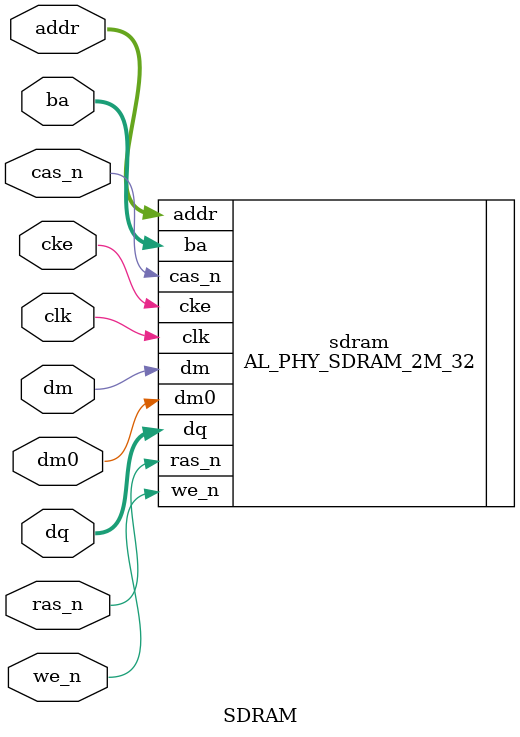
<source format=v>

`timescale 1ns / 1ps
module SDRAM  // SDRAM.v(14)
  (
  addr,
  ba,
  cas_n,
  cke,
  clk,
  dm,
  dm0,
  ras_n,
  we_n,
  dq
  );

  input [10:0] addr;  // SDRAM.v(19)
  input [1:0] ba;  // SDRAM.v(20)
  input cas_n;  // SDRAM.v(17)
  input cke;  // SDRAM.v(24)
  input clk;  // SDRAM.v(15)
  input dm;  // SDRAM.v(22)
  input dm0;  // SDRAM.v(23)
  input ras_n;  // SDRAM.v(16)
  input we_n;  // SDRAM.v(18)
  inout [31:0] dq;  // SDRAM.v(21)


  AL_PHY_SDRAM_2M_32 sdram (
    .addr(addr),
    .ba(ba),
    .cas_n(cas_n),
    .cke(cke),
    .clk(clk),
    .dm(dm),
    .dm0(dm0),
    .ras_n(ras_n),
    .we_n(we_n),
    .dq(dq));  // SDRAM.v(26)

endmodule 


</source>
